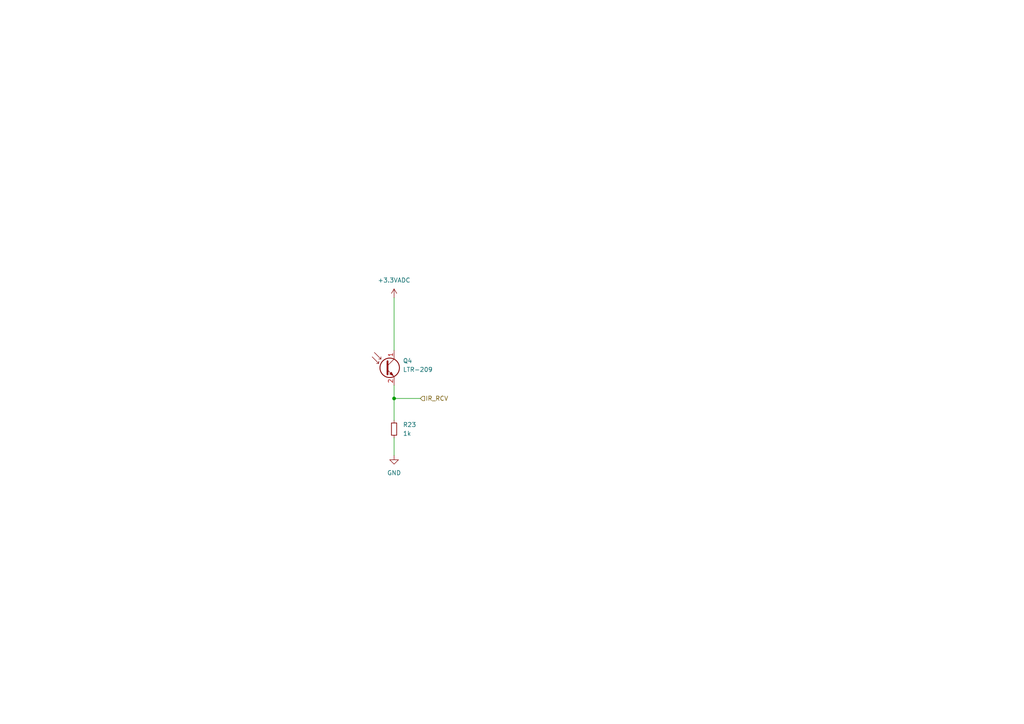
<source format=kicad_sch>
(kicad_sch (version 20231120) (generator "eeschema") (generator_version "8.0")
  (paper "A4")
  (lib_symbols
    (symbol "Device:Q_Photo_NPN" (pin_names (offset 0) hide)
      (property "Reference" "Q" (at 5.08 1.27 0))
      (property "Value" "Q_Photo_NPN" (at 5.08 -1.27 0))
      (symbol "Q_Photo_NPN_0_1"
        (polyline (pts (xy -1.905 1.27) (xy -2.54 1.27)))
        (polyline (pts (xy -1.27 2.54) (xy -1.905 2.54)))
        (polyline (pts (xy 0.635 0.635) (xy 2.54 2.54)))
        (polyline (pts (xy -3.81 3.175) (xy -1.905 1.27) (xy -1.905 1.905)))
        (polyline (pts (xy -3.175 4.445) (xy -1.27 2.54) (xy -1.27 3.175)))
        (polyline (pts (xy 0.635 -0.635) (xy 2.54 -2.54) (xy 2.54 -2.54)))
        (polyline (pts (xy 0.635 1.905) (xy 0.635 -1.905) (xy 0.635 -1.905)) (stroke (width 0.508)))
        (polyline (pts (xy 1.27 -1.778) (xy 1.778 -1.27) (xy 2.286 -2.286) (xy 1.27 -1.778) (xy 1.27 -1.778)) (fill (type outline)))
        (circle (center 1.27 0) (radius 2.8194) (stroke (width 0.254)))
      )
      (symbol "Q_Photo_NPN_1_1"
        (pin passive line (at 2.54 5.08 270) (length 2.54) (name "C") (number "1"))
        (pin passive line (at 2.54 -5.08 90) (length 2.54) (name "E") (number "2"))
      )
    )
    (symbol "Device:R_Small" (pin_numbers hide) (pin_names (offset 0.254) hide)
      (property "Reference" "R" (at 0.762 0.508 0))
      (property "Value" "R_Small" (at 0.762 -1.016 0))
      (symbol "R_Small_0_1"
        (rectangle (start -0.762 1.778) (end 0.762 -1.778) (stroke (width 0.2032)))
      )
      (symbol "R_Small_1_1"
        (pin passive line (at 0 2.54 270) (length 0.762) (name "~") (number "1"))
        (pin passive line (at 0 -2.54 90) (length 0.762) (name "~") (number "2"))
      )
    )
    (symbol "power:+3.3VADC" (power) (pin_names (offset 0))
      (property "Value" "+3.3VADC" (at 0 2.54 0))
      (symbol "+3.3VADC_0_0"
        (pin power_in line (at 0 0 90) (length 0) hide (name "+3.3VADC") (number "1"))
      )
      (symbol "+3.3VADC_0_1"
        (polyline (pts (xy -0.762 1.27) (xy 0 2.54)))
        (polyline (pts (xy 0 0) (xy 0 2.54)))
        (polyline (pts (xy 0 2.54) (xy 0.762 1.27)))
      )
    )
    (symbol "power:GND" (power) (pin_names (offset 0))
      (property "Value" "GND" (at 0 -3.81 0))
      (symbol "GND_0_1"
        (polyline (pts (xy 0 0) (xy 0 -1.27) (xy 1.27 -1.27) (xy 0 -2.54) (xy -1.27 -1.27) (xy 0 -1.27)))
      )
      (symbol "GND_1_1"
        (pin power_in line (at 0 0 270) (length 0) hide (name "GND") (number "1"))
      )
    )
  )
  (junction (at 114.3 115.57))
  (wire (pts (xy 114.3 111.76) (xy 114.3 115.57)))
  (wire (pts (xy 114.3 127) (xy 114.3 132.08)))
  (wire (pts (xy 114.3 86.36) (xy 114.3 101.6)))
  (wire (pts (xy 114.3 115.57) (xy 121.92 115.57)))
  (wire (pts (xy 114.3 115.57) (xy 114.3 121.92)))
  (hierarchical_label "IR_RCV" (shape input) (at 121.92 115.57 0))
  (symbol (lib_id "power:+3.3VADC") (at 114.3 86.36 0) (unit 1)
    (property "Reference" "#PWR058" (effects (hide yes)))
    (property "Value" "+3.3VADC" (at 114.3 81.28 0))
    (instances (project "" (path "" (reference "#PWR058") (unit 1)) (path "" (reference "#PWR062") (unit 1)) (path "" (reference "#PWR060") (unit 1)) (path "" (reference "#PWR027") (unit 1))))
  )
  (symbol (lib_id "Device:R_Small") (at 114.3 124.46 0) (unit 1)
    (property "Reference" "R23" (at 116.84 123.1899 0) (effects (justify left)))
    (property "Value" "1k" (at 116.84 125.7299 0) (effects (justify left)))
    (property "Footprint" "Resistor_SMD:R_0201_0603Metric" (effects (hide yes)))
    (instances (project "" (path "" (reference "R23") (unit 1)) (path "" (reference "R25") (unit 1)) (path "" (reference "R24") (unit 1)) (path "" (reference "R5") (unit 1))))
  )
  (symbol (lib_id "Device:Q_Photo_NPN") (at 111.76 106.68 0) (unit 1)
    (property "Reference" "Q4" (at 116.84 104.6606 0) (effects (justify left)))
    (property "Value" "LTR-209" (at 116.84 107.2006 0) (effects (justify left)))
    (property "Footprint" "half_mouse_lib:LTR-209" (effects (hide yes)))
    (instances (project "" (path "" (reference "Q4") (unit 1)) (path "" (reference "Q6") (unit 1)) (path "" (reference "Q5") (unit 1)) (path "" (reference "Q1") (unit 1))))
  )
  (symbol (lib_id "power:GND") (at 114.3 132.08 0) (unit 1)
    (property "Reference" "#PWR059" (effects (hide yes)))
    (property "Value" "GND" (at 114.3 137.16 0))
    (instances (project "" (path "" (reference "#PWR059") (unit 1)) (path "" (reference "#PWR063") (unit 1)) (path "" (reference "#PWR061") (unit 1)) (path "" (reference "#PWR028") (unit 1))))
  )
)
</source>
